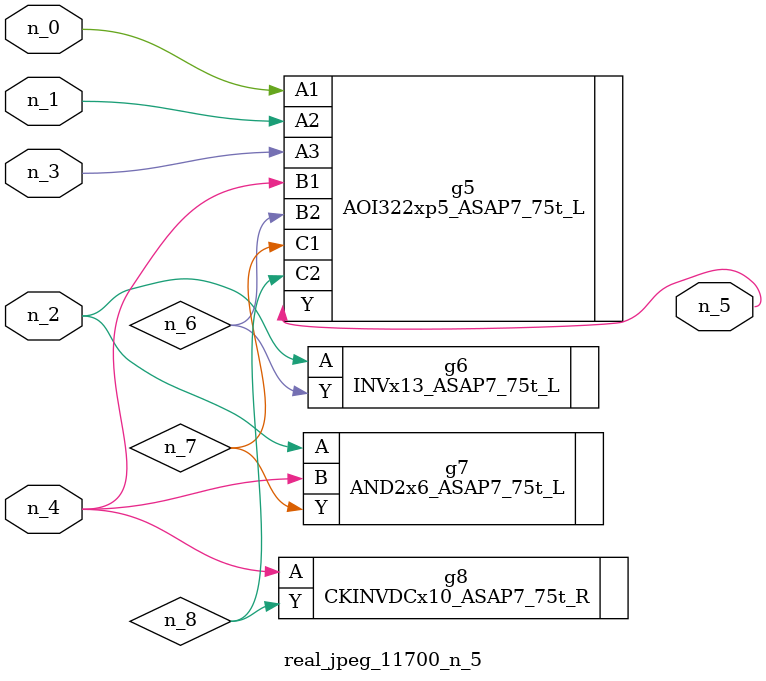
<source format=v>
module real_jpeg_11700_n_5 (n_4, n_0, n_1, n_2, n_3, n_5);

input n_4;
input n_0;
input n_1;
input n_2;
input n_3;

output n_5;

wire n_8;
wire n_6;
wire n_7;

AOI322xp5_ASAP7_75t_L g5 ( 
.A1(n_0),
.A2(n_1),
.A3(n_3),
.B1(n_4),
.B2(n_6),
.C1(n_7),
.C2(n_8),
.Y(n_5)
);

INVx13_ASAP7_75t_L g6 ( 
.A(n_2),
.Y(n_6)
);

AND2x6_ASAP7_75t_L g7 ( 
.A(n_2),
.B(n_4),
.Y(n_7)
);

CKINVDCx10_ASAP7_75t_R g8 ( 
.A(n_4),
.Y(n_8)
);


endmodule
</source>
